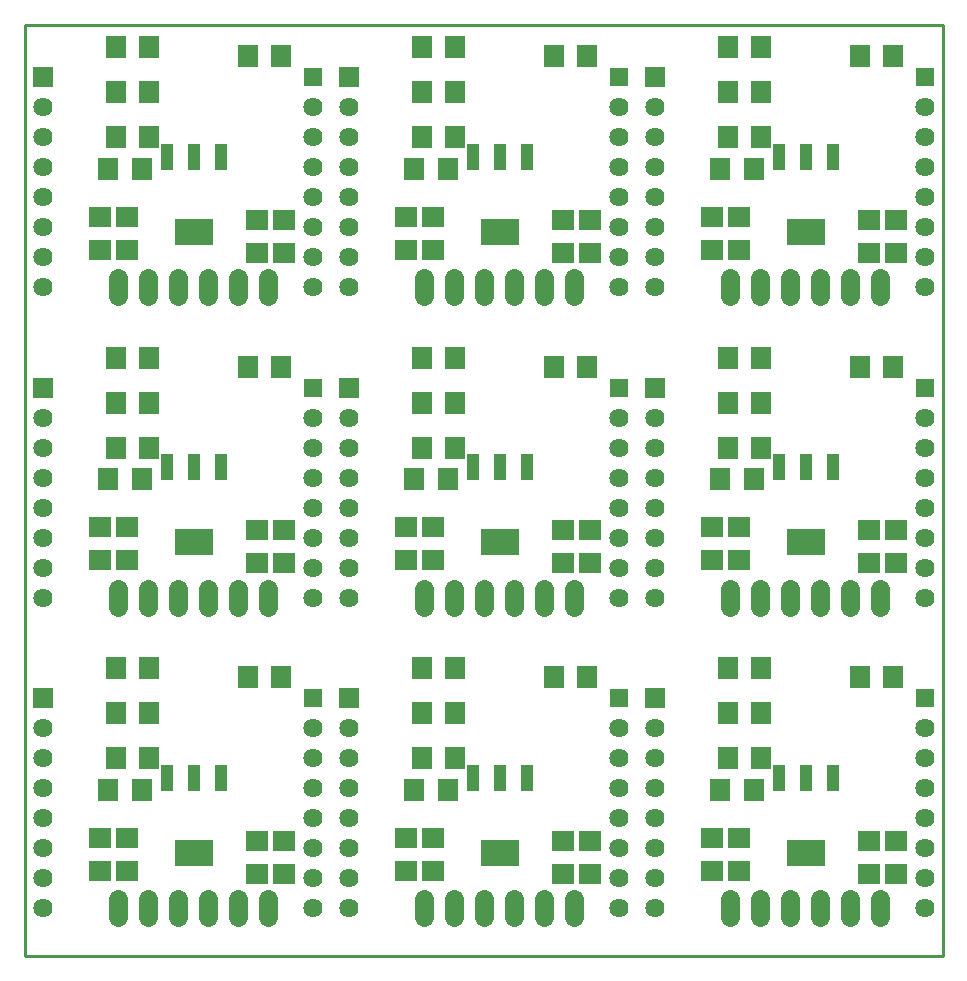
<source format=gbs>
G75*
%MOIN*%
%OFA0B0*%
%FSLAX25Y25*%
%IPPOS*%
%LPD*%
%AMOC8*
5,1,8,0,0,1.08239X$1,22.5*
%
%ADD10C,0.01000*%
%ADD11R,0.07000X0.07000*%
%ADD12C,0.06400*%
%ADD13R,0.06400X0.06400*%
%ADD14R,0.06699X0.07498*%
%ADD15R,0.07487X0.06699*%
%ADD16C,0.06400*%
%ADD17R,0.04100X0.08550*%
%ADD18R,0.13000X0.08550*%
D10*
X0021185Y0021185D02*
X0021185Y0331685D01*
X0327185Y0331685D01*
X0327185Y0021185D01*
X0021185Y0021185D01*
D11*
X0027185Y0107185D03*
X0027185Y0210685D03*
X0027185Y0314185D03*
X0129185Y0314185D03*
X0129185Y0210685D03*
X0231185Y0210685D03*
X0231185Y0314185D03*
X0231185Y0107185D03*
X0129185Y0107185D03*
D12*
X0129185Y0097185D03*
X0129185Y0087185D03*
X0129185Y0077185D03*
X0129185Y0067185D03*
X0129185Y0057185D03*
X0129185Y0047185D03*
X0129185Y0037185D03*
X0117185Y0037185D03*
X0117185Y0047185D03*
X0117185Y0057185D03*
X0117185Y0067185D03*
X0117185Y0077185D03*
X0117185Y0087185D03*
X0117185Y0097185D03*
X0117185Y0140685D03*
X0117185Y0150685D03*
X0117185Y0160685D03*
X0117185Y0170685D03*
X0117185Y0180685D03*
X0117185Y0190685D03*
X0117185Y0200685D03*
X0129185Y0200685D03*
X0129185Y0190685D03*
X0129185Y0180685D03*
X0129185Y0170685D03*
X0129185Y0160685D03*
X0129185Y0150685D03*
X0129185Y0140685D03*
X0219185Y0140685D03*
X0219185Y0150685D03*
X0219185Y0160685D03*
X0219185Y0170685D03*
X0219185Y0180685D03*
X0219185Y0190685D03*
X0219185Y0200685D03*
X0231185Y0200685D03*
X0231185Y0190685D03*
X0231185Y0180685D03*
X0231185Y0170685D03*
X0231185Y0160685D03*
X0231185Y0150685D03*
X0231185Y0140685D03*
X0231185Y0097185D03*
X0231185Y0087185D03*
X0231185Y0077185D03*
X0231185Y0067185D03*
X0231185Y0057185D03*
X0231185Y0047185D03*
X0231185Y0037185D03*
X0219185Y0037185D03*
X0219185Y0047185D03*
X0219185Y0057185D03*
X0219185Y0067185D03*
X0219185Y0077185D03*
X0219185Y0087185D03*
X0219185Y0097185D03*
X0321185Y0097185D03*
X0321185Y0087185D03*
X0321185Y0077185D03*
X0321185Y0067185D03*
X0321185Y0057185D03*
X0321185Y0047185D03*
X0321185Y0037185D03*
X0321185Y0140685D03*
X0321185Y0150685D03*
X0321185Y0160685D03*
X0321185Y0170685D03*
X0321185Y0180685D03*
X0321185Y0190685D03*
X0321185Y0200685D03*
X0321185Y0244185D03*
X0321185Y0254185D03*
X0321185Y0264185D03*
X0321185Y0274185D03*
X0321185Y0284185D03*
X0321185Y0294185D03*
X0321185Y0304185D03*
X0231185Y0304185D03*
X0231185Y0294185D03*
X0231185Y0284185D03*
X0231185Y0274185D03*
X0231185Y0264185D03*
X0231185Y0254185D03*
X0231185Y0244185D03*
X0219185Y0244185D03*
X0219185Y0254185D03*
X0219185Y0264185D03*
X0219185Y0274185D03*
X0219185Y0284185D03*
X0219185Y0294185D03*
X0219185Y0304185D03*
X0129185Y0304185D03*
X0129185Y0294185D03*
X0129185Y0284185D03*
X0129185Y0274185D03*
X0129185Y0264185D03*
X0129185Y0254185D03*
X0129185Y0244185D03*
X0117185Y0244185D03*
X0117185Y0254185D03*
X0117185Y0264185D03*
X0117185Y0274185D03*
X0117185Y0284185D03*
X0117185Y0294185D03*
X0117185Y0304185D03*
X0027185Y0304185D03*
X0027185Y0294185D03*
X0027185Y0284185D03*
X0027185Y0274185D03*
X0027185Y0264185D03*
X0027185Y0254185D03*
X0027185Y0244185D03*
X0027185Y0200685D03*
X0027185Y0190685D03*
X0027185Y0180685D03*
X0027185Y0170685D03*
X0027185Y0160685D03*
X0027185Y0150685D03*
X0027185Y0140685D03*
X0027185Y0097185D03*
X0027185Y0087185D03*
X0027185Y0077185D03*
X0027185Y0067185D03*
X0027185Y0057185D03*
X0027185Y0047185D03*
X0027185Y0037185D03*
D13*
X0117185Y0107185D03*
X0219185Y0107185D03*
X0219185Y0210685D03*
X0219185Y0314185D03*
X0117185Y0314185D03*
X0117185Y0210685D03*
X0321185Y0210685D03*
X0321185Y0314185D03*
X0321185Y0107185D03*
D14*
X0310783Y0114185D03*
X0299587Y0114185D03*
X0266783Y0117185D03*
X0255587Y0117185D03*
X0255587Y0102185D03*
X0266783Y0102185D03*
X0266783Y0087185D03*
X0264283Y0076685D03*
X0253087Y0076685D03*
X0255587Y0087185D03*
X0208783Y0114185D03*
X0197587Y0114185D03*
X0164783Y0117185D03*
X0153587Y0117185D03*
X0153587Y0102185D03*
X0164783Y0102185D03*
X0164783Y0087185D03*
X0162283Y0076685D03*
X0151087Y0076685D03*
X0153587Y0087185D03*
X0106783Y0114185D03*
X0095587Y0114185D03*
X0062783Y0117185D03*
X0051587Y0117185D03*
X0051587Y0102185D03*
X0062783Y0102185D03*
X0062783Y0087185D03*
X0060283Y0076685D03*
X0049087Y0076685D03*
X0051587Y0087185D03*
X0049087Y0180185D03*
X0051587Y0190685D03*
X0060283Y0180185D03*
X0062783Y0190685D03*
X0062783Y0205685D03*
X0051587Y0205685D03*
X0051587Y0220685D03*
X0062783Y0220685D03*
X0095587Y0217685D03*
X0106783Y0217685D03*
X0151087Y0180185D03*
X0153587Y0190685D03*
X0164783Y0190685D03*
X0162283Y0180185D03*
X0164783Y0205685D03*
X0153587Y0205685D03*
X0153587Y0220685D03*
X0164783Y0220685D03*
X0197587Y0217685D03*
X0208783Y0217685D03*
X0253087Y0180185D03*
X0255587Y0190685D03*
X0266783Y0190685D03*
X0264283Y0180185D03*
X0266783Y0205685D03*
X0255587Y0205685D03*
X0255587Y0220685D03*
X0266783Y0220685D03*
X0299587Y0217685D03*
X0310783Y0217685D03*
X0264283Y0283685D03*
X0266783Y0294185D03*
X0255587Y0294185D03*
X0253087Y0283685D03*
X0255587Y0309185D03*
X0266783Y0309185D03*
X0266783Y0324185D03*
X0255587Y0324185D03*
X0299587Y0321185D03*
X0310783Y0321185D03*
X0208783Y0321185D03*
X0197587Y0321185D03*
X0164783Y0324185D03*
X0153587Y0324185D03*
X0153587Y0309185D03*
X0164783Y0309185D03*
X0164783Y0294185D03*
X0162283Y0283685D03*
X0151087Y0283685D03*
X0153587Y0294185D03*
X0106783Y0321185D03*
X0095587Y0321185D03*
X0062783Y0324185D03*
X0051587Y0324185D03*
X0051587Y0309185D03*
X0062783Y0309185D03*
X0062783Y0294185D03*
X0060283Y0283685D03*
X0049087Y0283685D03*
X0051587Y0294185D03*
D15*
X0055185Y0267697D03*
X0046185Y0267697D03*
X0046185Y0256673D03*
X0055185Y0256673D03*
X0098685Y0255673D03*
X0107685Y0255673D03*
X0107685Y0266697D03*
X0098685Y0266697D03*
X0148185Y0267697D03*
X0157185Y0267697D03*
X0157185Y0256673D03*
X0148185Y0256673D03*
X0200685Y0255673D03*
X0209685Y0255673D03*
X0209685Y0266697D03*
X0200685Y0266697D03*
X0250185Y0267697D03*
X0259185Y0267697D03*
X0259185Y0256673D03*
X0250185Y0256673D03*
X0302685Y0255673D03*
X0311685Y0255673D03*
X0311685Y0266697D03*
X0302685Y0266697D03*
X0302685Y0163197D03*
X0311685Y0163197D03*
X0311685Y0152173D03*
X0302685Y0152173D03*
X0259185Y0153173D03*
X0250185Y0153173D03*
X0250185Y0164197D03*
X0259185Y0164197D03*
X0209685Y0163197D03*
X0200685Y0163197D03*
X0200685Y0152173D03*
X0209685Y0152173D03*
X0157185Y0153173D03*
X0148185Y0153173D03*
X0148185Y0164197D03*
X0157185Y0164197D03*
X0107685Y0163197D03*
X0098685Y0163197D03*
X0098685Y0152173D03*
X0107685Y0152173D03*
X0055185Y0153173D03*
X0046185Y0153173D03*
X0046185Y0164197D03*
X0055185Y0164197D03*
X0055185Y0060697D03*
X0046185Y0060697D03*
X0046185Y0049673D03*
X0055185Y0049673D03*
X0098685Y0048673D03*
X0107685Y0048673D03*
X0107685Y0059697D03*
X0098685Y0059697D03*
X0148185Y0060697D03*
X0157185Y0060697D03*
X0157185Y0049673D03*
X0148185Y0049673D03*
X0200685Y0048673D03*
X0209685Y0048673D03*
X0209685Y0059697D03*
X0200685Y0059697D03*
X0250185Y0060697D03*
X0259185Y0060697D03*
X0259185Y0049673D03*
X0250185Y0049673D03*
X0302685Y0048673D03*
X0311685Y0048673D03*
X0311685Y0059697D03*
X0302685Y0059697D03*
D16*
X0306185Y0040185D02*
X0306185Y0034185D01*
X0296185Y0034185D02*
X0296185Y0040185D01*
X0286185Y0040185D02*
X0286185Y0034185D01*
X0276185Y0034185D02*
X0276185Y0040185D01*
X0266185Y0040185D02*
X0266185Y0034185D01*
X0256185Y0034185D02*
X0256185Y0040185D01*
X0204185Y0040185D02*
X0204185Y0034185D01*
X0194185Y0034185D02*
X0194185Y0040185D01*
X0184185Y0040185D02*
X0184185Y0034185D01*
X0174185Y0034185D02*
X0174185Y0040185D01*
X0164185Y0040185D02*
X0164185Y0034185D01*
X0154185Y0034185D02*
X0154185Y0040185D01*
X0102185Y0040185D02*
X0102185Y0034185D01*
X0092185Y0034185D02*
X0092185Y0040185D01*
X0082185Y0040185D02*
X0082185Y0034185D01*
X0072185Y0034185D02*
X0072185Y0040185D01*
X0062185Y0040185D02*
X0062185Y0034185D01*
X0052185Y0034185D02*
X0052185Y0040185D01*
X0052185Y0137685D02*
X0052185Y0143685D01*
X0062185Y0143685D02*
X0062185Y0137685D01*
X0072185Y0137685D02*
X0072185Y0143685D01*
X0082185Y0143685D02*
X0082185Y0137685D01*
X0092185Y0137685D02*
X0092185Y0143685D01*
X0102185Y0143685D02*
X0102185Y0137685D01*
X0154185Y0137685D02*
X0154185Y0143685D01*
X0164185Y0143685D02*
X0164185Y0137685D01*
X0174185Y0137685D02*
X0174185Y0143685D01*
X0184185Y0143685D02*
X0184185Y0137685D01*
X0194185Y0137685D02*
X0194185Y0143685D01*
X0204185Y0143685D02*
X0204185Y0137685D01*
X0256185Y0137685D02*
X0256185Y0143685D01*
X0266185Y0143685D02*
X0266185Y0137685D01*
X0276185Y0137685D02*
X0276185Y0143685D01*
X0286185Y0143685D02*
X0286185Y0137685D01*
X0296185Y0137685D02*
X0296185Y0143685D01*
X0306185Y0143685D02*
X0306185Y0137685D01*
X0306185Y0241185D02*
X0306185Y0247185D01*
X0296185Y0247185D02*
X0296185Y0241185D01*
X0286185Y0241185D02*
X0286185Y0247185D01*
X0276185Y0247185D02*
X0276185Y0241185D01*
X0266185Y0241185D02*
X0266185Y0247185D01*
X0256185Y0247185D02*
X0256185Y0241185D01*
X0204185Y0241185D02*
X0204185Y0247185D01*
X0194185Y0247185D02*
X0194185Y0241185D01*
X0184185Y0241185D02*
X0184185Y0247185D01*
X0174185Y0247185D02*
X0174185Y0241185D01*
X0164185Y0241185D02*
X0164185Y0247185D01*
X0154185Y0247185D02*
X0154185Y0241185D01*
X0102185Y0241185D02*
X0102185Y0247185D01*
X0092185Y0247185D02*
X0092185Y0241185D01*
X0082185Y0241185D02*
X0082185Y0247185D01*
X0072185Y0247185D02*
X0072185Y0241185D01*
X0062185Y0241185D02*
X0062185Y0247185D01*
X0052185Y0247185D02*
X0052185Y0241185D01*
D17*
X0068585Y0287660D03*
X0077685Y0287660D03*
X0086785Y0287660D03*
X0170585Y0287660D03*
X0179685Y0287660D03*
X0188785Y0287660D03*
X0272585Y0287660D03*
X0281685Y0287660D03*
X0290785Y0287660D03*
X0290785Y0184160D03*
X0281685Y0184160D03*
X0272585Y0184160D03*
X0188785Y0184160D03*
X0179685Y0184160D03*
X0170585Y0184160D03*
X0086785Y0184160D03*
X0077685Y0184160D03*
X0068585Y0184160D03*
X0068585Y0080660D03*
X0077685Y0080660D03*
X0086785Y0080660D03*
X0170585Y0080660D03*
X0179685Y0080660D03*
X0188785Y0080660D03*
X0272585Y0080660D03*
X0281685Y0080660D03*
X0290785Y0080660D03*
D18*
X0281685Y0055710D03*
X0179685Y0055710D03*
X0077685Y0055710D03*
X0077685Y0159210D03*
X0077685Y0262710D03*
X0179685Y0262710D03*
X0179685Y0159210D03*
X0281685Y0159210D03*
X0281685Y0262710D03*
M02*

</source>
